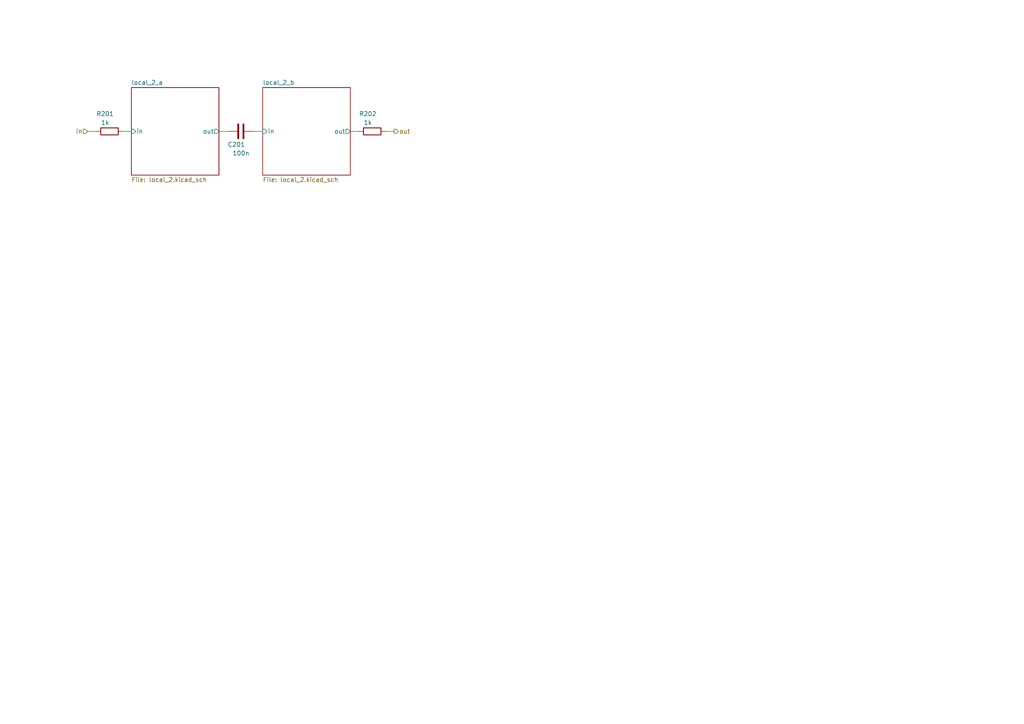
<source format=kicad_sch>
(kicad_sch (version 20230121) (generator eeschema)
  (paper "A4")
  (lib_symbols
    (symbol "Device:C" (pin_numbers hide) (pin_names (offset 0.254))
      (property "Reference" "C" (at 0.635 2.54 0))
      (property "Value" "C" (at 0.635 -2.54 0))
      (symbol "C_0_1"
        (polyline (pts (xy -2.032 -0.762) (xy 2.032 -0.762)) (stroke (width 0.508)))
        (polyline (pts (xy -2.032 0.762) (xy 2.032 0.762)) (stroke (width 0.508)))
      )
      (symbol "C_1_1"
        (pin passive line (at 0 3.81 270) (length 2.794) (name "~") (number "1"))
        (pin passive line (at 0 -3.81 90) (length 2.794) (name "~") (number "2"))
      )
    )
    (symbol "Device:R" (pin_numbers hide) (pin_names (offset 0))
      (property "Reference" "R" (at 2.032 0 90))
      (property "Value" "R" (at 0 0 90))
      (symbol "R_0_1"
        (rectangle (start -1.016 -2.54) (end 1.016 2.54) (stroke (width 0.254)))
      )
      (symbol "R_1_1"
        (pin passive line (at 0 3.81 270) (length 1.27) (name "~") (number "1"))
        (pin passive line (at 0 -3.81 90) (length 1.27) (name "~") (number "2"))
      )
    )
  )
  (wire (pts (xy 101.6 38.1) (xy 104.14 38.1)))
  (wire (pts (xy 73.66 38.1) (xy 76.2 38.1)))
  (wire (pts (xy 111.76 38.1) (xy 114.3 38.1)))
  (wire (pts (xy 25.4 38.1) (xy 27.94 38.1)))
  (wire (pts (xy 63.5 38.1) (xy 66.04 38.1)))
  (wire (pts (xy 35.56 38.1) (xy 38.1 38.1)))
  (hierarchical_label "out" (shape output) (at 114.3 38.1 0))
  (hierarchical_label "in" (shape input) (at 25.4 38.1 180))
  (symbol (lib_id "Device:R") (at 31.75 38.1 270) (unit 1)
    (property "Reference" "R201" (at 30.48 33.02 90))
    (property "Value" "1k" (at 30.48 35.56 90))
    (property "Footprint" "Resistor_SMD:R_1206_3216Metric" (effects hide))
  )
  (symbol (lib_id "Device:R") (at 107.95 38.1 270) (unit 1)
    (property "Reference" "R202" (at 106.68 33.02 90))
    (property "Value" "1k" (at 106.68 35.56 90))
    (property "Footprint" "Resistor_SMD:R_1206_3216Metric" (effects hide))
  )
  (symbol (lib_id "Device:C") (at 69.85 38.1 90) (unit 1)
    (property "Reference" "C201" (at 71.12 41.91 90) (effects (justify left)))
    (property "Value" "100n" (at 72.39 44.45 90) (effects (justify left)))
    (property "Footprint" "Capacitor_SMD:C_1206_3216Metric_Pad1.33x1.80mm_HandSolder" (effects hide))
  )
  (sheet (at 76.2 25.4) (size 25.4 25.4) (stroke (width 0.1524))
    (property "Sheetname" "local_2_b" (at 76.2 24.6884 0) (effects (justify left bottom)))
    (property "Sheetfile" "local_2.kicad_sch" (at 76.2 51.3846 0) (effects (justify left top)))
    (pin "out" output (at 101.6 38.1 0))
    (pin "in" input (at 76.2 38.1 180))
  )
  (sheet (at 38.1 25.4) (size 25.4 25.4) (stroke (width 0.1524))
    (property "Sheetname" "local_2_a" (at 38.1 24.6884 0) (effects (justify left bottom)))
    (property "Sheetfile" "local_2.kicad_sch" (at 38.1 51.3846 0) (effects (justify left top)))
    (pin "out" output (at 63.5 38.1 0))
    (pin "in" input (at 38.1 38.1 180))
  )
)
</source>
